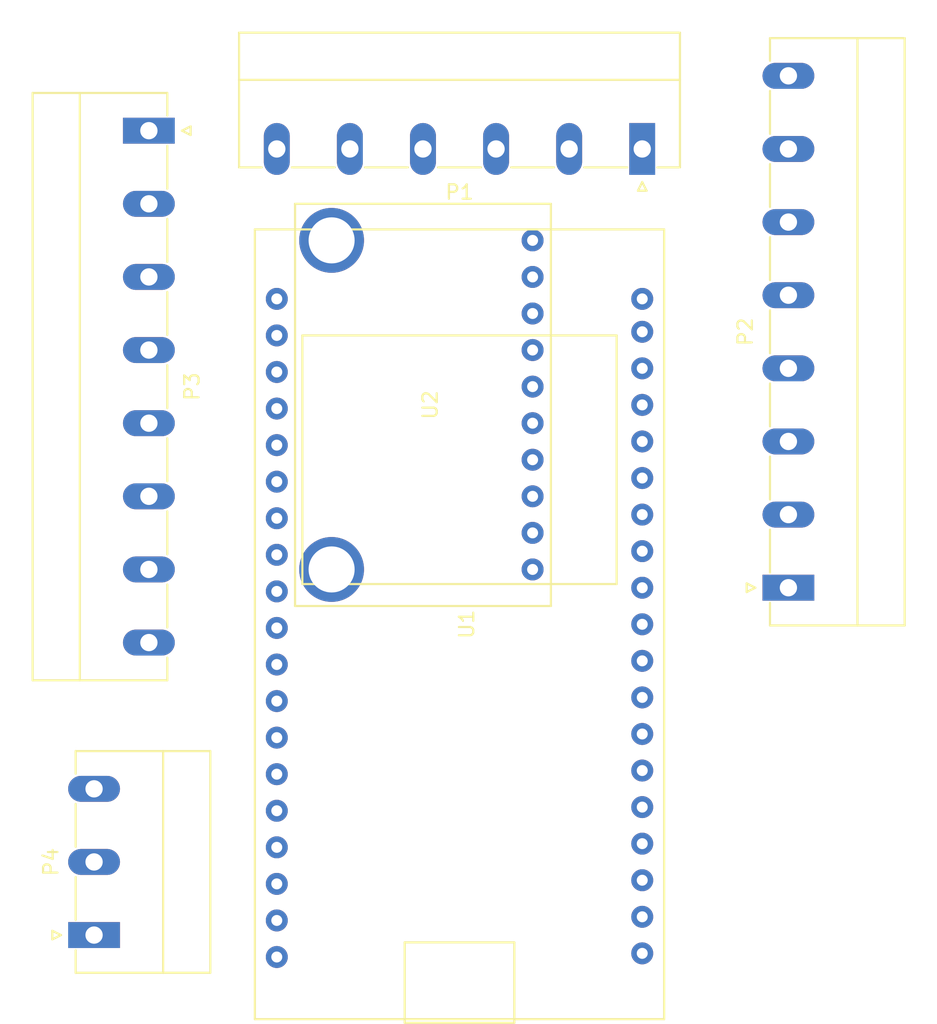
<source format=kicad_pcb>
(kicad_pcb (version 4) (host pcbnew 4.0.5+dfsg1-4)

  (general
    (links 29)
    (no_connects 29)
    (area 0 0 0 0)
    (thickness 1.6)
    (drawings 0)
    (tracks 0)
    (zones 0)
    (modules 6)
    (nets 45)
  )

  (page A4)
  (layers
    (0 F.Cu signal)
    (31 B.Cu signal)
    (32 B.Adhes user)
    (33 F.Adhes user)
    (34 B.Paste user)
    (35 F.Paste user)
    (36 B.SilkS user)
    (37 F.SilkS user)
    (38 B.Mask user)
    (39 F.Mask user)
    (40 Dwgs.User user)
    (41 Cmts.User user)
    (42 Eco1.User user)
    (43 Eco2.User user)
    (44 Edge.Cuts user)
    (45 Margin user)
    (46 B.CrtYd user)
    (47 F.CrtYd user)
    (48 B.Fab user)
    (49 F.Fab user)
  )

  (setup
    (last_trace_width 0.25)
    (trace_clearance 0.2)
    (zone_clearance 0.508)
    (zone_45_only no)
    (trace_min 0.2)
    (segment_width 0.2)
    (edge_width 0.15)
    (via_size 0.6)
    (via_drill 0.4)
    (via_min_size 0.4)
    (via_min_drill 0.3)
    (uvia_size 0.3)
    (uvia_drill 0.1)
    (uvias_allowed no)
    (uvia_min_size 0.2)
    (uvia_min_drill 0.1)
    (pcb_text_width 0.3)
    (pcb_text_size 1.5 1.5)
    (mod_edge_width 0.15)
    (mod_text_size 1 1)
    (mod_text_width 0.15)
    (pad_size 1.524 1.524)
    (pad_drill 0.762)
    (pad_to_mask_clearance 0.2)
    (aux_axis_origin 0 0)
    (visible_elements FFFFFF7F)
    (pcbplotparams
      (layerselection 0x00030_80000001)
      (usegerberextensions false)
      (excludeedgelayer true)
      (linewidth 0.100000)
      (plotframeref false)
      (viasonmask false)
      (mode 1)
      (useauxorigin false)
      (hpglpennumber 1)
      (hpglpenspeed 20)
      (hpglpendiameter 15)
      (hpglpenoverlay 2)
      (psnegative false)
      (psa4output false)
      (plotreference true)
      (plotvalue true)
      (plotinvisibletext false)
      (padsonsilk false)
      (subtractmaskfromsilk false)
      (outputformat 1)
      (mirror false)
      (drillshape 1)
      (scaleselection 1)
      (outputdirectory ""))
  )

  (net 0 "")
  (net 1 A0)
  (net 2 A1)
  (net 3 A2)
  (net 4 A3)
  (net 5 SDA)
  (net 6 SCL)
  (net 7 +3V3)
  (net 8 GND)
  (net 9 IO_1)
  (net 10 IO_2)
  (net 11 IO_3)
  (net 12 IO_4)
  (net 13 IO_5)
  (net 14 IO_6)
  (net 15 IO_7)
  (net 16 IO_8)
  (net 17 IO_9)
  (net 18 IO_10)
  (net 19 IO_11)
  (net 20 IO_12)
  (net 21 +5V)
  (net 22 "Net-(U1-Pad4)")
  (net 23 "Net-(U1-Pad5)")
  (net 24 "Net-(U1-Pad6)")
  (net 25 "Net-(U1-Pad7)")
  (net 26 "Net-(U1-Pad13)")
  (net 27 "Net-(U1-Pad15)")
  (net 28 "Net-(U1-Pad16)")
  (net 29 "Net-(U1-Pad19)")
  (net 30 "Net-(U1-Pad21)")
  (net 31 "Net-(U1-Pad22)")
  (net 32 "Net-(U1-Pad23)")
  (net 33 "Net-(U1-Pad24)")
  (net 34 "Net-(U1-Pad25)")
  (net 35 "Net-(U1-Pad28)")
  (net 36 "Net-(U1-Pad29)")
  (net 37 "Net-(U1-Pad30)")
  (net 38 "Net-(U1-Pad31)")
  (net 39 "Net-(U1-Pad32)")
  (net 40 "Net-(U1-Pad34)")
  (net 41 "Net-(U1-Pad36)")
  (net 42 "Net-(U1-Pad37)")
  (net 43 "Net-(U2-Pad5)")
  (net 44 "Net-(U2-Pad6)")

  (net_class Default "This is the default net class."
    (clearance 0.2)
    (trace_width 0.25)
    (via_dia 0.6)
    (via_drill 0.4)
    (uvia_dia 0.3)
    (uvia_drill 0.1)
    (add_net +3V3)
    (add_net +5V)
    (add_net A0)
    (add_net A1)
    (add_net A2)
    (add_net A3)
    (add_net GND)
    (add_net IO_1)
    (add_net IO_10)
    (add_net IO_11)
    (add_net IO_12)
    (add_net IO_2)
    (add_net IO_3)
    (add_net IO_4)
    (add_net IO_5)
    (add_net IO_6)
    (add_net IO_7)
    (add_net IO_8)
    (add_net IO_9)
    (add_net "Net-(U1-Pad13)")
    (add_net "Net-(U1-Pad15)")
    (add_net "Net-(U1-Pad16)")
    (add_net "Net-(U1-Pad19)")
    (add_net "Net-(U1-Pad21)")
    (add_net "Net-(U1-Pad22)")
    (add_net "Net-(U1-Pad23)")
    (add_net "Net-(U1-Pad24)")
    (add_net "Net-(U1-Pad25)")
    (add_net "Net-(U1-Pad28)")
    (add_net "Net-(U1-Pad29)")
    (add_net "Net-(U1-Pad30)")
    (add_net "Net-(U1-Pad31)")
    (add_net "Net-(U1-Pad32)")
    (add_net "Net-(U1-Pad34)")
    (add_net "Net-(U1-Pad36)")
    (add_net "Net-(U1-Pad37)")
    (add_net "Net-(U1-Pad4)")
    (add_net "Net-(U1-Pad5)")
    (add_net "Net-(U1-Pad6)")
    (add_net "Net-(U1-Pad7)")
    (add_net "Net-(U2-Pad5)")
    (add_net "Net-(U2-Pad6)")
    (add_net SCL)
    (add_net SDA)
  )

  (module Connectors_Phoenix:PhoenixContact_MC-G_06x5.08mm_Angled (layer F.Cu) (tedit 5797DB14) (tstamp 5CB0F97D)
    (at 129.54 48.26 180)
    (descr "Generic Phoenix Contact connector footprint for series: MC-G; number of pins: 06; pin pitch: 5.08mm; Angled || order number: 1836228 8A 320V")
    (tags "phoenix_contact connector MC_01x06_G_5.08mm")
    (path /5CAA9BB3)
    (fp_text reference P1 (at 12.7 -3 180) (layer F.SilkS)
      (effects (font (size 1 1) (thickness 0.15)))
    )
    (fp_text value CONN_01X06 (at 12.7 9.5 180) (layer F.Fab)
      (effects (font (size 1 1) (thickness 0.15)))
    )
    (fp_line (start -2.62 -1.28) (end -2.62 8.08) (layer F.SilkS) (width 0.15))
    (fp_line (start -2.62 8.08) (end 28.02 8.08) (layer F.SilkS) (width 0.15))
    (fp_line (start 28.02 8.08) (end 28.02 -1.28) (layer F.SilkS) (width 0.15))
    (fp_line (start -2.62 -1.28) (end -1.05 -1.28) (layer F.SilkS) (width 0.15))
    (fp_line (start 28.02 -1.28) (end 26.45 -1.28) (layer F.SilkS) (width 0.15))
    (fp_line (start 1.05 -1.28) (end 4.03 -1.28) (layer F.SilkS) (width 0.15))
    (fp_line (start 6.13 -1.28) (end 9.11 -1.28) (layer F.SilkS) (width 0.15))
    (fp_line (start 11.21 -1.28) (end 14.19 -1.28) (layer F.SilkS) (width 0.15))
    (fp_line (start 16.29 -1.28) (end 19.27 -1.28) (layer F.SilkS) (width 0.15))
    (fp_line (start 21.37 -1.28) (end 24.35 -1.28) (layer F.SilkS) (width 0.15))
    (fp_line (start -2.62 4.8) (end 28.02 4.8) (layer F.SilkS) (width 0.15))
    (fp_line (start -3.1 -2.3) (end -3.1 8.5) (layer F.CrtYd) (width 0.05))
    (fp_line (start -3.1 8.5) (end 28.45 8.5) (layer F.CrtYd) (width 0.05))
    (fp_line (start 28.45 8.5) (end 28.45 -2.3) (layer F.CrtYd) (width 0.05))
    (fp_line (start 28.45 -2.3) (end -3.1 -2.3) (layer F.CrtYd) (width 0.05))
    (fp_line (start 0 -2.3) (end 0.3 -2.9) (layer F.SilkS) (width 0.15))
    (fp_line (start 0.3 -2.9) (end -0.3 -2.9) (layer F.SilkS) (width 0.15))
    (fp_line (start -0.3 -2.9) (end 0 -2.3) (layer F.SilkS) (width 0.15))
    (pad 1 thru_hole rect (at 0 0 180) (size 1.8 3.6) (drill 1.2) (layers *.Cu *.Mask)
      (net 1 A0))
    (pad 2 thru_hole oval (at 5.08 0 180) (size 1.8 3.6) (drill 1.2) (layers *.Cu *.Mask)
      (net 2 A1))
    (pad 3 thru_hole oval (at 10.16 0 180) (size 1.8 3.6) (drill 1.2) (layers *.Cu *.Mask)
      (net 3 A2))
    (pad 4 thru_hole oval (at 15.24 0 180) (size 1.8 3.6) (drill 1.2) (layers *.Cu *.Mask)
      (net 4 A3))
    (pad 5 thru_hole oval (at 20.32 0 180) (size 1.8 3.6) (drill 1.2) (layers *.Cu *.Mask)
      (net 5 SDA))
    (pad 6 thru_hole oval (at 25.4 0 180) (size 1.8 3.6) (drill 1.2) (layers *.Cu *.Mask)
      (net 6 SCL))
    (model Connectors_Phoenix.3dshapes/PhoenixContact_MC-G_06x5.08mm_Angled.wrl
      (at (xyz 0 0 0))
      (scale (xyz 1 1 1))
      (rotate (xyz 0 0 0))
    )
  )

  (module Connectors_Phoenix:PhoenixContact_MC-G_08x5.08mm_Angled (layer F.Cu) (tedit 5797DB13) (tstamp 5CB0F99D)
    (at 139.7 78.74 90)
    (descr "Generic Phoenix Contact connector footprint for series: MC-G; number of pins: 08; pin pitch: 5.08mm; Angled || order number: 1836244 8A 320V")
    (tags "phoenix_contact connector MC_01x08_G_5.08mm")
    (path /5CAA9C33)
    (fp_text reference P2 (at 17.78 -3 90) (layer F.SilkS)
      (effects (font (size 1 1) (thickness 0.15)))
    )
    (fp_text value CONN_01X08 (at 17.78 9.5 90) (layer F.Fab)
      (effects (font (size 1 1) (thickness 0.15)))
    )
    (fp_line (start -2.62 -1.28) (end -2.62 8.08) (layer F.SilkS) (width 0.15))
    (fp_line (start -2.62 8.08) (end 38.18 8.08) (layer F.SilkS) (width 0.15))
    (fp_line (start 38.18 8.08) (end 38.18 -1.28) (layer F.SilkS) (width 0.15))
    (fp_line (start -2.62 -1.28) (end -1.05 -1.28) (layer F.SilkS) (width 0.15))
    (fp_line (start 38.18 -1.28) (end 36.61 -1.28) (layer F.SilkS) (width 0.15))
    (fp_line (start 1.05 -1.28) (end 4.03 -1.28) (layer F.SilkS) (width 0.15))
    (fp_line (start 6.13 -1.28) (end 9.11 -1.28) (layer F.SilkS) (width 0.15))
    (fp_line (start 11.21 -1.28) (end 14.19 -1.28) (layer F.SilkS) (width 0.15))
    (fp_line (start 16.29 -1.28) (end 19.27 -1.28) (layer F.SilkS) (width 0.15))
    (fp_line (start 21.37 -1.28) (end 24.35 -1.28) (layer F.SilkS) (width 0.15))
    (fp_line (start 26.45 -1.28) (end 29.43 -1.28) (layer F.SilkS) (width 0.15))
    (fp_line (start 31.53 -1.28) (end 34.51 -1.28) (layer F.SilkS) (width 0.15))
    (fp_line (start -2.62 4.8) (end 38.18 4.8) (layer F.SilkS) (width 0.15))
    (fp_line (start -3.1 -2.3) (end -3.1 8.5) (layer F.CrtYd) (width 0.05))
    (fp_line (start -3.1 8.5) (end 38.6 8.5) (layer F.CrtYd) (width 0.05))
    (fp_line (start 38.6 8.5) (end 38.6 -2.3) (layer F.CrtYd) (width 0.05))
    (fp_line (start 38.6 -2.3) (end -3.1 -2.3) (layer F.CrtYd) (width 0.05))
    (fp_line (start 0 -2.3) (end 0.3 -2.9) (layer F.SilkS) (width 0.15))
    (fp_line (start 0.3 -2.9) (end -0.3 -2.9) (layer F.SilkS) (width 0.15))
    (fp_line (start -0.3 -2.9) (end 0 -2.3) (layer F.SilkS) (width 0.15))
    (pad 1 thru_hole rect (at 0 0 90) (size 1.8 3.6) (drill 1.2) (layers *.Cu *.Mask)
      (net 7 +3V3))
    (pad 2 thru_hole oval (at 5.08 0 90) (size 1.8 3.6) (drill 1.2) (layers *.Cu *.Mask)
      (net 8 GND))
    (pad 3 thru_hole oval (at 10.16 0 90) (size 1.8 3.6) (drill 1.2) (layers *.Cu *.Mask)
      (net 9 IO_1))
    (pad 4 thru_hole oval (at 15.24 0 90) (size 1.8 3.6) (drill 1.2) (layers *.Cu *.Mask)
      (net 10 IO_2))
    (pad 5 thru_hole oval (at 20.32 0 90) (size 1.8 3.6) (drill 1.2) (layers *.Cu *.Mask)
      (net 11 IO_3))
    (pad 6 thru_hole oval (at 25.4 0 90) (size 1.8 3.6) (drill 1.2) (layers *.Cu *.Mask)
      (net 12 IO_4))
    (pad 7 thru_hole oval (at 30.48 0 90) (size 1.8 3.6) (drill 1.2) (layers *.Cu *.Mask)
      (net 13 IO_5))
    (pad 8 thru_hole oval (at 35.56 0 90) (size 1.8 3.6) (drill 1.2) (layers *.Cu *.Mask)
      (net 14 IO_6))
    (model Connectors_Phoenix.3dshapes/PhoenixContact_MC-G_08x5.08mm_Angled.wrl
      (at (xyz 0 0 0))
      (scale (xyz 1 1 1))
      (rotate (xyz 0 0 0))
    )
  )

  (module Connectors_Phoenix:PhoenixContact_MC-G_08x5.08mm_Angled (layer F.Cu) (tedit 5797DB13) (tstamp 5CB0F9BD)
    (at 95.25 46.99 270)
    (descr "Generic Phoenix Contact connector footprint for series: MC-G; number of pins: 08; pin pitch: 5.08mm; Angled || order number: 1836244 8A 320V")
    (tags "phoenix_contact connector MC_01x08_G_5.08mm")
    (path /5CAA9C0C)
    (fp_text reference P3 (at 17.78 -3 270) (layer F.SilkS)
      (effects (font (size 1 1) (thickness 0.15)))
    )
    (fp_text value CONN_01X08 (at 17.78 9.5 270) (layer F.Fab)
      (effects (font (size 1 1) (thickness 0.15)))
    )
    (fp_line (start -2.62 -1.28) (end -2.62 8.08) (layer F.SilkS) (width 0.15))
    (fp_line (start -2.62 8.08) (end 38.18 8.08) (layer F.SilkS) (width 0.15))
    (fp_line (start 38.18 8.08) (end 38.18 -1.28) (layer F.SilkS) (width 0.15))
    (fp_line (start -2.62 -1.28) (end -1.05 -1.28) (layer F.SilkS) (width 0.15))
    (fp_line (start 38.18 -1.28) (end 36.61 -1.28) (layer F.SilkS) (width 0.15))
    (fp_line (start 1.05 -1.28) (end 4.03 -1.28) (layer F.SilkS) (width 0.15))
    (fp_line (start 6.13 -1.28) (end 9.11 -1.28) (layer F.SilkS) (width 0.15))
    (fp_line (start 11.21 -1.28) (end 14.19 -1.28) (layer F.SilkS) (width 0.15))
    (fp_line (start 16.29 -1.28) (end 19.27 -1.28) (layer F.SilkS) (width 0.15))
    (fp_line (start 21.37 -1.28) (end 24.35 -1.28) (layer F.SilkS) (width 0.15))
    (fp_line (start 26.45 -1.28) (end 29.43 -1.28) (layer F.SilkS) (width 0.15))
    (fp_line (start 31.53 -1.28) (end 34.51 -1.28) (layer F.SilkS) (width 0.15))
    (fp_line (start -2.62 4.8) (end 38.18 4.8) (layer F.SilkS) (width 0.15))
    (fp_line (start -3.1 -2.3) (end -3.1 8.5) (layer F.CrtYd) (width 0.05))
    (fp_line (start -3.1 8.5) (end 38.6 8.5) (layer F.CrtYd) (width 0.05))
    (fp_line (start 38.6 8.5) (end 38.6 -2.3) (layer F.CrtYd) (width 0.05))
    (fp_line (start 38.6 -2.3) (end -3.1 -2.3) (layer F.CrtYd) (width 0.05))
    (fp_line (start 0 -2.3) (end 0.3 -2.9) (layer F.SilkS) (width 0.15))
    (fp_line (start 0.3 -2.9) (end -0.3 -2.9) (layer F.SilkS) (width 0.15))
    (fp_line (start -0.3 -2.9) (end 0 -2.3) (layer F.SilkS) (width 0.15))
    (pad 1 thru_hole rect (at 0 0 270) (size 1.8 3.6) (drill 1.2) (layers *.Cu *.Mask)
      (net 7 +3V3))
    (pad 2 thru_hole oval (at 5.08 0 270) (size 1.8 3.6) (drill 1.2) (layers *.Cu *.Mask)
      (net 8 GND))
    (pad 3 thru_hole oval (at 10.16 0 270) (size 1.8 3.6) (drill 1.2) (layers *.Cu *.Mask)
      (net 15 IO_7))
    (pad 4 thru_hole oval (at 15.24 0 270) (size 1.8 3.6) (drill 1.2) (layers *.Cu *.Mask)
      (net 16 IO_8))
    (pad 5 thru_hole oval (at 20.32 0 270) (size 1.8 3.6) (drill 1.2) (layers *.Cu *.Mask)
      (net 17 IO_9))
    (pad 6 thru_hole oval (at 25.4 0 270) (size 1.8 3.6) (drill 1.2) (layers *.Cu *.Mask)
      (net 18 IO_10))
    (pad 7 thru_hole oval (at 30.48 0 270) (size 1.8 3.6) (drill 1.2) (layers *.Cu *.Mask)
      (net 19 IO_11))
    (pad 8 thru_hole oval (at 35.56 0 270) (size 1.8 3.6) (drill 1.2) (layers *.Cu *.Mask)
      (net 20 IO_12))
    (model Connectors_Phoenix.3dshapes/PhoenixContact_MC-G_08x5.08mm_Angled.wrl
      (at (xyz 0 0 0))
      (scale (xyz 1 1 1))
      (rotate (xyz 0 0 0))
    )
  )

  (module Connectors_Phoenix:PhoenixContact_MC-G_03x5.08mm_Angled (layer F.Cu) (tedit 5797DB14) (tstamp 5CB0F9D3)
    (at 91.44 102.87 90)
    (descr "Generic Phoenix Contact connector footprint for series: MC-G; number of pins: 03; pin pitch: 5.08mm; Angled || order number: 1836192 8A 320V")
    (tags "phoenix_contact connector MC_01x03_G_5.08mm")
    (path /5CAACD02)
    (fp_text reference P4 (at 5.08 -3 90) (layer F.SilkS)
      (effects (font (size 1 1) (thickness 0.15)))
    )
    (fp_text value CONN_01X03 (at 5.08 9.5 90) (layer F.Fab)
      (effects (font (size 1 1) (thickness 0.15)))
    )
    (fp_line (start -2.62 -1.28) (end -2.62 8.08) (layer F.SilkS) (width 0.15))
    (fp_line (start -2.62 8.08) (end 12.78 8.08) (layer F.SilkS) (width 0.15))
    (fp_line (start 12.78 8.08) (end 12.78 -1.28) (layer F.SilkS) (width 0.15))
    (fp_line (start -2.62 -1.28) (end -1.05 -1.28) (layer F.SilkS) (width 0.15))
    (fp_line (start 12.78 -1.28) (end 11.21 -1.28) (layer F.SilkS) (width 0.15))
    (fp_line (start 1.05 -1.28) (end 4.03 -1.28) (layer F.SilkS) (width 0.15))
    (fp_line (start 6.13 -1.28) (end 9.11 -1.28) (layer F.SilkS) (width 0.15))
    (fp_line (start -2.62 4.8) (end 12.78 4.8) (layer F.SilkS) (width 0.15))
    (fp_line (start -3.1 -2.3) (end -3.1 8.5) (layer F.CrtYd) (width 0.05))
    (fp_line (start -3.1 8.5) (end 13.2 8.5) (layer F.CrtYd) (width 0.05))
    (fp_line (start 13.2 8.5) (end 13.2 -2.3) (layer F.CrtYd) (width 0.05))
    (fp_line (start 13.2 -2.3) (end -3.1 -2.3) (layer F.CrtYd) (width 0.05))
    (fp_line (start 0 -2.3) (end 0.3 -2.9) (layer F.SilkS) (width 0.15))
    (fp_line (start 0.3 -2.9) (end -0.3 -2.9) (layer F.SilkS) (width 0.15))
    (fp_line (start -0.3 -2.9) (end 0 -2.3) (layer F.SilkS) (width 0.15))
    (pad 1 thru_hole rect (at 0 0 90) (size 1.8 3.6) (drill 1.2) (layers *.Cu *.Mask)
      (net 7 +3V3))
    (pad 2 thru_hole oval (at 5.08 0 90) (size 1.8 3.6) (drill 1.2) (layers *.Cu *.Mask)
      (net 21 +5V))
    (pad 3 thru_hole oval (at 10.16 0 90) (size 1.8 3.6) (drill 1.2) (layers *.Cu *.Mask)
      (net 8 GND))
    (model Connectors_Phoenix.3dshapes/PhoenixContact_MC-G_03x5.08mm_Angled.wrl
      (at (xyz 0 0 0))
      (scale (xyz 1 1 1))
      (rotate (xyz 0 0 0))
    )
  )

  (module ADC:ESP32-DEV-WROOM (layer F.Cu) (tedit 5CA586A7) (tstamp 5CB0FA09)
    (at 116.84 81.28 90)
    (path /5CAA99CD)
    (fp_text reference U1 (at 0 0.5 90) (layer F.SilkS)
      (effects (font (size 1 1) (thickness 0.15)))
    )
    (fp_text value ESP32Dev (at 0 -0.5 90) (layer F.Fab)
      (effects (font (size 1 1) (thickness 0.15)))
    )
    (fp_line (start -27.432 14.224) (end -27.432 -14.224) (layer F.SilkS) (width 0.15))
    (fp_line (start -27.432 -14.224) (end 27.432 -14.224) (layer F.SilkS) (width 0.15))
    (fp_line (start 27.432 -14.224) (end 27.432 14.224) (layer F.SilkS) (width 0.15))
    (fp_line (start 27.432 14.224) (end -27.432 14.224) (layer F.SilkS) (width 0.15))
    (fp_line (start -27.686 3.81) (end -27.686 -3.81) (layer F.SilkS) (width 0.15))
    (fp_line (start -27.686 -3.81) (end -22.098 -3.81) (layer F.SilkS) (width 0.15))
    (fp_line (start -22.098 -3.81) (end -22.098 3.81) (layer F.SilkS) (width 0.15))
    (fp_line (start -22.098 3.81) (end -27.686 3.81) (layer F.SilkS) (width 0.15))
    (fp_line (start 2.794 10.922) (end 2.794 -10.922) (layer F.SilkS) (width 0.15))
    (fp_line (start 2.794 -10.922) (end 20.066 -10.922) (layer F.SilkS) (width 0.15))
    (fp_line (start 20.066 -10.922) (end 20.066 10.922) (layer F.SilkS) (width 0.15))
    (fp_line (start 20.066 10.922) (end 2.794 10.922) (layer F.SilkS) (width 0.15))
    (pad 1 thru_hole circle (at -22.86 12.7 90) (size 1.524 1.524) (drill 0.762) (layers *.Cu *.Mask)
      (net 17 IO_9))
    (pad 2 thru_hole circle (at -20.32 12.7 90) (size 1.524 1.524) (drill 0.762) (layers *.Cu *.Mask)
      (net 16 IO_8))
    (pad 3 thru_hole circle (at -17.78 12.7 90) (size 1.524 1.524) (drill 0.762) (layers *.Cu *.Mask)
      (net 15 IO_7))
    (pad 4 thru_hole circle (at -15.24 12.7 90) (size 1.524 1.524) (drill 0.762) (layers *.Cu *.Mask)
      (net 22 "Net-(U1-Pad4)"))
    (pad 5 thru_hole circle (at -12.7 12.7 90) (size 1.524 1.524) (drill 0.762) (layers *.Cu *.Mask)
      (net 23 "Net-(U1-Pad5)"))
    (pad 6 thru_hole circle (at -10.16 12.7 90) (size 1.524 1.524) (drill 0.762) (layers *.Cu *.Mask)
      (net 24 "Net-(U1-Pad6)"))
    (pad 7 thru_hole circle (at -7.62 12.7 90) (size 1.524 1.524) (drill 0.762) (layers *.Cu *.Mask)
      (net 25 "Net-(U1-Pad7)"))
    (pad 8 thru_hole circle (at -5.08 12.7 90) (size 1.524 1.524) (drill 0.762) (layers *.Cu *.Mask)
      (net 14 IO_6))
    (pad 9 thru_hole circle (at -2.54 12.7 90) (size 1.524 1.524) (drill 0.762) (layers *.Cu *.Mask)
      (net 13 IO_5))
    (pad 10 thru_hole circle (at 0 12.7 90) (size 1.524 1.524) (drill 0.762) (layers *.Cu *.Mask)
      (net 12 IO_4))
    (pad 11 thru_hole circle (at 2.54 12.7 90) (size 1.524 1.524) (drill 0.762) (layers *.Cu *.Mask)
      (net 11 IO_3))
    (pad 12 thru_hole circle (at 5.08 12.7 90) (size 1.524 1.524) (drill 0.762) (layers *.Cu *.Mask)
      (net 10 IO_2))
    (pad 13 thru_hole circle (at 7.62 12.7 90) (size 1.524 1.524) (drill 0.762) (layers *.Cu *.Mask)
      (net 26 "Net-(U1-Pad13)"))
    (pad 14 thru_hole circle (at 10.16 12.7 90) (size 1.524 1.524) (drill 0.762) (layers *.Cu *.Mask)
      (net 5 SDA))
    (pad 15 thru_hole circle (at 12.7 12.7 90) (size 1.524 1.524) (drill 0.762) (layers *.Cu *.Mask)
      (net 27 "Net-(U1-Pad15)"))
    (pad 16 thru_hole circle (at 15.24 12.7 90) (size 1.524 1.524) (drill 0.762) (layers *.Cu *.Mask)
      (net 28 "Net-(U1-Pad16)"))
    (pad 17 thru_hole circle (at 17.78 12.7 90) (size 1.524 1.524) (drill 0.762) (layers *.Cu *.Mask)
      (net 6 SCL))
    (pad 18 thru_hole circle (at 20.32 12.7 90) (size 1.524 1.524) (drill 0.762) (layers *.Cu *.Mask)
      (net 9 IO_1))
    (pad 19 thru_hole circle (at 22.606 12.7 90) (size 1.524 1.524) (drill 0.762) (layers *.Cu *.Mask)
      (net 29 "Net-(U1-Pad19)"))
    (pad 20 thru_hole circle (at 22.606 -12.7 90) (size 1.524 1.524) (drill 0.762) (layers *.Cu *.Mask)
      (net 7 +3V3))
    (pad 21 thru_hole circle (at 20.066 -12.7 90) (size 1.524 1.524) (drill 0.762) (layers *.Cu *.Mask)
      (net 30 "Net-(U1-Pad21)"))
    (pad 22 thru_hole circle (at 17.526 -12.7 90) (size 1.524 1.524) (drill 0.762) (layers *.Cu *.Mask)
      (net 31 "Net-(U1-Pad22)"))
    (pad 23 thru_hole circle (at 14.986 -12.7 90) (size 1.524 1.524) (drill 0.762) (layers *.Cu *.Mask)
      (net 32 "Net-(U1-Pad23)"))
    (pad 24 thru_hole circle (at 12.446 -12.7 90) (size 1.524 1.524) (drill 0.762) (layers *.Cu *.Mask)
      (net 33 "Net-(U1-Pad24)"))
    (pad 25 thru_hole circle (at 9.906 -12.7 90) (size 1.524 1.524) (drill 0.762) (layers *.Cu *.Mask)
      (net 34 "Net-(U1-Pad25)"))
    (pad 26 thru_hole circle (at 7.366 -12.7 90) (size 1.524 1.524) (drill 0.762) (layers *.Cu *.Mask)
      (net 19 IO_11))
    (pad 27 thru_hole circle (at 4.826 -12.7 90) (size 1.524 1.524) (drill 0.762) (layers *.Cu *.Mask)
      (net 20 IO_12))
    (pad 28 thru_hole circle (at 2.286 -12.7 90) (size 1.524 1.524) (drill 0.762) (layers *.Cu *.Mask)
      (net 35 "Net-(U1-Pad28)"))
    (pad 29 thru_hole circle (at -0.254 -12.7 90) (size 1.524 1.524) (drill 0.762) (layers *.Cu *.Mask)
      (net 36 "Net-(U1-Pad29)"))
    (pad 30 thru_hole circle (at -2.794 -12.7 90) (size 1.524 1.524) (drill 0.762) (layers *.Cu *.Mask)
      (net 37 "Net-(U1-Pad30)"))
    (pad 31 thru_hole circle (at -5.334 -12.7 90) (size 1.524 1.524) (drill 0.762) (layers *.Cu *.Mask)
      (net 38 "Net-(U1-Pad31)"))
    (pad 32 thru_hole circle (at -7.874 -12.7 90) (size 1.524 1.524) (drill 0.762) (layers *.Cu *.Mask)
      (net 39 "Net-(U1-Pad32)"))
    (pad 33 thru_hole circle (at -10.414 -12.7 90) (size 1.524 1.524) (drill 0.762) (layers *.Cu *.Mask)
      (net 8 GND))
    (pad 34 thru_hole circle (at -12.954 -12.7 90) (size 1.524 1.524) (drill 0.762) (layers *.Cu *.Mask)
      (net 40 "Net-(U1-Pad34)"))
    (pad 35 thru_hole circle (at -15.494 -12.7 90) (size 1.524 1.524) (drill 0.762) (layers *.Cu *.Mask)
      (net 18 IO_10))
    (pad 36 thru_hole circle (at -18.034 -12.7 90) (size 1.524 1.524) (drill 0.762) (layers *.Cu *.Mask)
      (net 41 "Net-(U1-Pad36)"))
    (pad 37 thru_hole circle (at -20.574 -12.7 90) (size 1.524 1.524) (drill 0.762) (layers *.Cu *.Mask)
      (net 42 "Net-(U1-Pad37)"))
    (pad 38 thru_hole circle (at -23.114 -12.7 90) (size 1.524 1.524) (drill 0.762) (layers *.Cu *.Mask)
      (net 21 +5V))
  )

  (module ADC:ADC (layer F.Cu) (tedit 5CABEC8C) (tstamp 5CB0FA1D)
    (at 114.3 66.04 90)
    (path /5CAA9A31)
    (fp_text reference U2 (at 0 0.5 90) (layer F.SilkS)
      (effects (font (size 1 1) (thickness 0.15)))
    )
    (fp_text value ADC (at 0 -0.5 90) (layer F.Fab)
      (effects (font (size 1 1) (thickness 0.15)))
    )
    (fp_line (start -13.97 8.89) (end -13.97 -8.89) (layer F.SilkS) (width 0.15))
    (fp_line (start -13.97 -8.89) (end 13.97 -8.89) (layer F.SilkS) (width 0.15))
    (fp_line (start 13.97 -8.89) (end 13.97 8.89) (layer F.SilkS) (width 0.15))
    (fp_line (start 13.97 8.89) (end -13.97 8.89) (layer F.SilkS) (width 0.15))
    (pad 12 thru_hole circle (at 11.43 -6.35 90) (size 4.5 4.5) (drill 3.2) (layers *.Cu *.Mask))
    (pad 1 thru_hole circle (at -11.43 7.62 90) (size 1.524 1.524) (drill 0.762) (layers *.Cu *.Mask)
      (net 7 +3V3))
    (pad 2 thru_hole circle (at -8.89 7.62 90) (size 1.524 1.524) (drill 0.762) (layers *.Cu *.Mask)
      (net 8 GND))
    (pad 3 thru_hole circle (at -6.35 7.62 90) (size 1.524 1.524) (drill 0.762) (layers *.Cu *.Mask)
      (net 6 SCL))
    (pad 4 thru_hole circle (at -3.81 7.62 90) (size 1.524 1.524) (drill 0.762) (layers *.Cu *.Mask)
      (net 5 SDA))
    (pad 5 thru_hole circle (at -1.27 7.62 90) (size 1.524 1.524) (drill 0.762) (layers *.Cu *.Mask)
      (net 43 "Net-(U2-Pad5)"))
    (pad 6 thru_hole circle (at 1.27 7.62 90) (size 1.524 1.524) (drill 0.762) (layers *.Cu *.Mask)
      (net 44 "Net-(U2-Pad6)"))
    (pad 7 thru_hole circle (at 3.81 7.62 90) (size 1.524 1.524) (drill 0.762) (layers *.Cu *.Mask)
      (net 1 A0))
    (pad 8 thru_hole circle (at 6.35 7.62 90) (size 1.524 1.524) (drill 0.762) (layers *.Cu *.Mask)
      (net 2 A1))
    (pad 9 thru_hole circle (at 8.89 7.62 90) (size 1.524 1.524) (drill 0.762) (layers *.Cu *.Mask)
      (net 3 A2))
    (pad 10 thru_hole circle (at 11.43 7.62 90) (size 1.524 1.524) (drill 0.762) (layers *.Cu *.Mask)
      (net 4 A3))
    (pad 11 thru_hole circle (at -11.43 -6.35 90) (size 4.5 4.5) (drill 3.2) (layers *.Cu *.Mask))
  )

)

</source>
